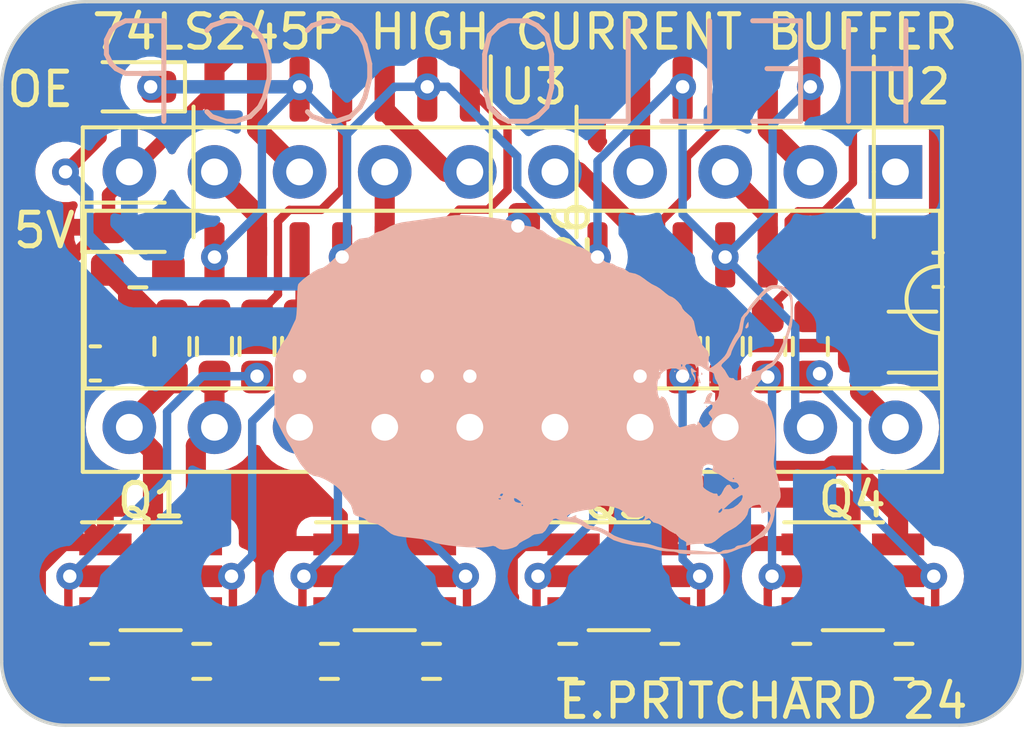
<source format=kicad_pcb>
(kicad_pcb (version 20221018) (generator pcbnew)
  (layers (0 "F.Cu" signal) (31 "B.Cu" signal) (34 "B.Paste" user) (35 "F.Paste" user) (36 "B.SilkS" user "B.Silkscreen") (37 "F.SilkS" user "F.Silkscreen") (38 "B.Mask" user) (39 "F.Mask" user) (44 "Edge.Cuts" user))
  (net 0 "")
  (net 1 "+5V")
  (net 2 "GND")
  (net 3 "/in_0")
  (net 4 "/in_1")
  (net 5 "/in_2")
  (net 6 "/in_3")
  (net 7 "/in_4")
  (net 8 "/in_5")
  (net 9 "/in_6")
  (net 10 "/in_7")
  (net 11 "/out_7")
  (net 12 "/out_6")
  (net 13 "/out_5")
  (net 14 "/out_4")
  (net 15 "/out_3")
  (net 16 "/out_2")
  (net 17 "/out_1")
  (net 18 "/out_0")
  (net 19 "Net-(R1-Pad1)")
  (net 20 "Net-(Q1A-G)")
  (net 21 "Net-(Q1B-G)")
  (net 22 "/BUFFER_OE")
  (net 23 "Net-(Q2A-G)")
  (net 24 "Net-(Q2B-G)")
  (net 25 "Net-(Q3A-G)")
  (net 26 "Net-(Q3B-G)")
  (net 27 "Net-(R2-Pad1)")
  (net 28 "Net-(R16-Pad1)")
  (net 29 "Net-(R19-Pad1)")
  (net 30 "Net-(R22-Pad1)")
  (net 32 "Net-(Q4A-G)")
  (net 33 "Net-(Q4B-G)")
  (net 34 "Net-(D1-A)")
  (net 35 "Net-(D2-A)")
  (net 36 "Net-(R7-Pad1)")
  (net 37 "Net-(R10-Pad1)")
  (net 38 "Net-(R13-Pad1)")
  (footprint "Package_SO:SOIC-14_3.9x8.7mm_P1.27mm" (layer "F.Cu") (at 57.15 25.4 -90)
    (fp_text reference "U3")
    (fp_text value "74LS02")
  )
  (footprint "Resistor_SMD:R_0603_1608Metric_Pad0.98x0.95mm_HandSolder" (layer "F.Cu") (at 69.85 30.607 -90)
    (fp_text reference "R2" hide)
    (fp_text value "4.7")
  )
  (footprint "Package_TO_SOT_SMD:SOT-23-6_Handsoldering" (layer "F.Cu") (at 58.42 37.465)
    (fp_text reference "Q2")
    (fp_text value "FDG1024NZ")
  )
  (footprint "Resistor_SMD:R_0603_1608Metric_Pad0.98x0.95mm_HandSolder" (layer "F.Cu") (at 55.88 30.607 -90)
    (fp_text reference "R10" hide)
    (fp_text value "4.7")
  )
  (footprint "Resistor_SMD:R_0603_1608Metric_Pad0.98x0.95mm_HandSolder" (layer "F.Cu") (at 60.96 30.607 -90)
    (fp_text reference "R13" hide)
    (fp_text value "4.7")
  )
  (footprint "Resistor_SMD:R_0603_1608Metric_Pad0.98x0.95mm_HandSolder" (layer "F.Cu") (at 59.69 30.607 -90)
    (fp_text reference "R16" hide)
    (fp_text value "4.7")
  )
  (footprint "Resistor_SMD:R_0603_1608Metric_Pad0.98x0.95mm_HandSolder" (layer "F.Cu") (at 73.914 40.005)
    (fp_text reference "R5" hide)
    (fp_text value "10k")
  )
  (footprint "Resistor_SMD:R_0603_1608Metric_Pad0.98x0.95mm_HandSolder" (layer "F.Cu") (at 53.34 30.607 90)
    (fp_text reference "R9" hide)
    (fp_text value "10k")
  )
  (footprint "Resistor_SMD:R_0603_1608Metric_Pad0.98x0.95mm_HandSolder" (layer "F.Cu") (at 64.77 30.607 90)
    (fp_text reference "R6" hide)
    (fp_text value "10k")
  )
  (footprint "Package_TO_SOT_SMD:SOT-23-6_Handsoldering" (layer "F.Cu") (at 72.39 37.465)
    (fp_text reference "Q4")
    (fp_text value "FDG1024NZ")
  )
  (footprint "Resistor_SMD:R_0603_1608Metric_Pad0.98x0.95mm_HandSolder" (layer "F.Cu") (at 52.07 30.607 90)
    (fp_text reference "R12" hide)
    (fp_text value "10k")
  )
  (footprint "Capacitor_SMD:C_0603_1608Metric" (layer "F.Cu") (at 49.784 31.115 180)
    (fp_text reference "C4" hide)
    (fp_text value "1uF")
  )
  (footprint "Resistor_SMD:R_0603_1608Metric_Pad0.98x0.95mm_HandSolder" (layer "F.Cu") (at 70.866 40.005 180)
    (fp_text reference "R4" hide)
    (fp_text value "10k")
  )
  (footprint "Resistor_SMD:R_0603_1608Metric_Pad0.98x0.95mm_HandSolder" (layer "F.Cu") (at 71.12 30.607 -90)
    (fp_text reference "R1" hide)
    (fp_text value "4.7")
  )
  (footprint "Resistor_SMD:R_0603_1608Metric_Pad0.98x0.95mm_HandSolder" (layer "F.Cu") (at 51.054 28.321 180)
    (fp_text reference "R25" hide)
    (fp_text value "470")
  )
  (footprint "Resistor_SMD:R_0603_1608Metric_Pad0.98x0.95mm_HandSolder" (layer "F.Cu") (at 63.881 40.005 180)
    (fp_text reference "R20" hide)
    (fp_text value "10k")
  )
  (footprint "LED_SMD:LED_0603_1608Metric_Pad1.05x0.95mm_HandSolder" (layer "F.Cu") (at 50.8 22.86 180)
    (fp_text reference "OE")
    (fp_text value "OE")
  )
  (footprint "Resistor_SMD:R_0603_1608Metric_Pad0.98x0.95mm_HandSolder" (layer "F.Cu") (at 66.04 30.607 -90)
    (fp_text reference "R19" hide)
    (fp_text value "4.7")
  )
  (footprint "Resistor_SMD:R_0603_1608Metric_Pad0.98x0.95mm_HandSolder" (layer "F.Cu") (at 57.15 30.607 90)
    (fp_text reference "R18" hide)
    (fp_text value "10k")
  )
  (footprint "Capacitor_SMD:C_0603_1608Metric" (layer "F.Cu") (at 74.93 28.321)
    (fp_text reference "C2" hide)
    (fp_text value "1uF")
  )
  (footprint "Resistor_SMD:R_0603_1608Metric_Pad0.98x0.95mm_HandSolder" (layer "F.Cu") (at 67.31 30.607 -90)
    (fp_text reference "R22" hide)
    (fp_text value "4.7")
  )
  (footprint "Package_DIP:DIP-20_W7.62mm_Socket" (layer "F.Cu") (at 73.66 25.4 -90)
    (fp_text reference "U1" hide)
    (fp_text value "74LS245_USED_FOR_FOOTPRINT" hide)
  )
  (footprint "Package_TO_SOT_SMD:SOT-23-6_Handsoldering" (layer "F.Cu") (at 51.435 37.465)
    (fp_text reference "Q1")
    (fp_text value "FDG1024NZ")
  )
  (footprint "Resistor_SMD:R_0603_1608Metric_Pad0.98x0.95mm_HandSolder" (layer "F.Cu") (at 56.769 40.005 180)
    (fp_text reference "R14" hide)
    (fp_text value "10k")
  )
  (footprint "Package_TO_SOT_SMD:SOT-23-6_Handsoldering" (layer "F.Cu") (at 65.405 37.465)
    (fp_text reference "Q3")
    (fp_text value "FDG1024NZ")
  )
  (footprint "Resistor_SMD:R_0603_1608Metric_Pad0.98x0.95mm_HandSolder" (layer "F.Cu") (at 62.579291 27.72718 -90)
    (fp_text reference "R26")
    (fp_text value "470")
  )
  (footprint "Resistor_SMD:R_0603_1608Metric_Pad0.98x0.95mm_HandSolder" (layer "F.Cu") (at 63.5 30.607 90)
    (fp_text reference "R21" hide)
    (fp_text value "10k")
  )
  (footprint "Resistor_SMD:R_0603_1608Metric_Pad0.98x0.95mm_HandSolder" (layer "F.Cu") (at 58.42 30.607 90)
    (fp_text reference "R15" hide)
    (fp_text value "10k")
  )
  (footprint "Resistor_SMD:R_0603_1608Metric_Pad0.98x0.95mm_HandSolder" (layer "F.Cu") (at 59.817 40.005)
    (fp_text reference "R17" hide)
    (fp_text value "10k")
  )
  (footprint "Capacitor_SMD:C_1206_3216Metric_Pad1.33x1.80mm_HandSolder" (layer "F.Cu") (at 74.168 30.48)
    (fp_text reference "C1" hide)
    (fp_text value "C")
  )
  (footprint "Resistor_SMD:R_0603_1608Metric_Pad0.98x0.95mm_HandSolder" (layer "F.Cu") (at 54.61 30.607 -90)
    (fp_text reference "R7" hide)
    (fp_text value "4.7")
  )
  (footprint "Resistor_SMD:R_0603_1608Metric_Pad0.98x0.95mm_HandSolder" (layer "F.Cu") (at 66.929 40.005)
    (fp_text reference "R23" hide)
    (fp_text value "10k")
  )
  (footprint "Resistor_SMD:R_0603_1608Metric_Pad0.98x0.95mm_HandSolder" (layer "F.Cu") (at 62.23 30.607 90)
    (fp_text reference "R24" hide)
    (fp_text value "10k")
  )
  (footprint "Resistor_SMD:R_0603_1608Metric_Pad0.98x0.95mm_HandSolder" (layer "F.Cu") (at 52.959 40.005)
    (fp_text reference "R11" hide)
    (fp_text value "10k")
  )
  (footprint "Resistor_SMD:R_0603_1608Metric_Pad0.98x0.95mm_HandSolder" (layer "F.Cu") (at 49.911 40.005 180)
    (fp_text reference "R8" hide)
    (fp_text value "10k")
  )
  (footprint "Resistor_SMD:R_0603_1608Metric_Pad0.98x0.95mm_HandSolder" (layer "F.Cu") (at 68.58 30.607 90)
    (fp_text reference "R3" hide)
    (fp_text value "10k")
  )
  (footprint "LED_SMD:LED_0603_1608Metric_Pad1.05x0.95mm_HandSolder" (layer "F.Cu") (at 51.054 27.051)
    (fp_text reference "5V")
    (fp_text value "LED")
  )
  (footprint "Package_SO:SOIC-14_3.9x8.7mm_P1.27mm" (layer "F.Cu") (at 68.58 25.4 -90)
    (fp_text reference "U2")
    (fp_text value "74LS02")
  )
  (footprint "AudioJacks:buny_BOLT" (layer "B.Cu") (at 62.051951 40.374531 180)
    (fp_text reference "G***" hide)
    (fp_text value "LOGO" hide)
  )
  (gr_arc (start 46.99 22.86) (mid 47.733949 21.063949) (end 49.53 20.32) (stroke (width 0.1)) (layer "Edge.Cuts"))
  (gr_line (start 77.47 22.225) (end 77.47 40.005) (stroke (width 0.1)) (layer "Edge.Cuts"))
  (gr_arc (start 77.47 40.005) (mid 76.912038 41.352038) (end 75.565 41.91) (stroke (width 0.1)) (layer "Edge.Cuts"))
  (gr_arc (start 48.895 41.91) (mid 47.547962 41.352038) (end 46.99 40.005) (stroke (width 0.1)) (layer "Edge.Cuts"))
  (gr_arc (start 75.565 20.32) (mid 76.912038 20.877962) (end 77.47 22.225) (stroke (width 0.1)) (layer "Edge.Cuts"))
  (gr_line (start 49.53 20.32) (end 75.565 20.32) (stroke (width 0.1)) (layer "Edge.Cuts"))
  (gr_line (start 46.99 40.005) (end 46.99 22.86) (stroke (width 0.1)) (layer "Edge.Cuts"))
  (gr_line (start 75.565 41.91) (end 48.895 41.91) (stroke (width 0.1)) (layer "Edge.Cuts"))
  (gr_text "HELLO CCP" (at 74.785188 24.264675) (layer "B.SilkS") (effects (font (size 3 3)) (justify left bottom mirror)))
  (gr_text "E.PRITCHARD 24" (at 63.516894 41.777256) (layer "F.SilkS") (effects (font (size 1 1)) (justify left bottom)))
  (gr_text "74LS245P HIGH CURRENT BUFFER" (at 49.601277 21.80947) (layer "F.SilkS") (effects (font (size 1 1)) (justify left bottom)))
  (segment (start 56.648439 30.632) (end 56.261 30.632) (width 0.4) (layer "F.Cu") (net 1))
  (segment (start 62.23 28.495) (end 62.23 29.6945) (width 0.4) (layer "F.Cu") (net 1))
  (segment (start 62.579291 28.773791) (end 63.5 29.6945) (width 0.4) (layer "F.Cu") (net 1))
  (segment (start 73.709 27.875) (end 74.155 28.321) (width 0.6) (layer "F.Cu") (net 1))
  (segment (start 72.6055 30.48) (end 72.6055 31.9655) (width 0.6) (layer "F.Cu") (net 1))
  (segment (start 72.5035 30.582) (end 72.6055 30.48) (width 0.4) (layer "F.Cu") (net 1))
  (segment (start 62.23 29.145) (end 62.23 29.6945) (width 0.6) (layer "F.Cu") (net 1))
  (segment (start 72.39 27.875) (end 72.39 30.2645) (width 0.6) (layer "F.Cu") (net 1))
  (segment (start 72.6055 31.9655) (end 73.66 33.02) (width 0.6) (layer "F.Cu") (net 1))
  (segment (start 60.96 27.875) (end 62.23 29.145) (width 0.6) (layer "F.Cu") (net 1))
  (segment (start 57.15 30.130439) (end 56.648439 30.632) (width 0.4) (layer "F.Cu") (net 1))
  (segment (start 62.23 29.6945) (end 62.23 28.988971) (width 0.4) (layer "F.Cu") (net 1))
  (segment (start 62.23 29.6945) (end 64.77 29.6945) (width 0.6) (layer "F.Cu") (net 1))
  (segment (start 50.661 30.632) (end 50.559 30.734) (width 0.4) (layer "F.Cu") (net 1))
  (segment (start 58.42 29.813561) (end 59.188439 30.582) (width 0.4) (layer "F.Cu") (net 1))
  (segment (start 50.559 30.734) (end 50.559 31.115) (width 0.4) (layer "F.Cu") (net 1))
  (segment (start 53.34 29.813561) (end 53.34 29.6945) (width 0.4) (layer "F.Cu") (net 1))
  (segment (start 56.261 30.632) (end 54.158439 30.632) (width 0.4) (layer "F.Cu") (net 1))
  (segment (start 50.661 30.632) (end 50.661 28.8405) (width 0.4) (layer "F.Cu") (net 1))
  (segment (start 61.58 28.495) (end 60.96 27.875) (width 0.4) (layer "F.Cu") (net 1))
  (segment (start 68.601561 30.582) (end 68.601561 29.716061) (width 0.4) (layer "F.Cu") (net 1))
  (segment (start 62.579291 28.63968) (end 62.579291 28.773791) (width 0.4) (layer "F.Cu") (net 1))
  (segment (start 54.158439 30.632) (end 50.661 30.632) (width 0.4) (layer "F.Cu") (net 1))
  (segment (start 54.158439 30.632) (end 53.34 29.813561) (width 0.4) (layer "F.Cu") (net 1))
  (segment (start 50.661 28.8405) (end 50.1415 28.321) (width 0.4) (layer "F.Cu") (net 1))
  (segment (start 68.601561 29.716061) (end 68.58 29.6945) (width 0.4) (layer "F.Cu") (net 1))
  (segment (start 62.23 28.988971) (end 62.579291 28.63968) (width 0.4) (layer "F.Cu") (net 1))
  (segment (start 72.39 27.875) (end 73.709 27.875) (width 0.6) (layer "F.Cu") (net 1))
  (segment (start 50.1415 28.321) (end 51.515 29.6945) (width 0.6) (layer "F.Cu") (net 1))
  (segment (start 57.15 29.6945) (end 57.15 30.130439) (width 0.4) (layer "F.Cu") (net 1))
  (segment (start 59.188439 30.582) (end 61.9775 30.582) (width 0.4) (layer "F.Cu") (net 1))
  (segment (start 61.9775 30.582) (end 68.601561 30.582) (width 0.4) (layer "F.Cu") (net 1))
  (segment (start 57.15 29.6945) (end 58.42 29.6945) (width 0.4) (layer "F.Cu") (net 1))
  (segment (start 62.23 28.495) (end 61.58 28.495) (width 0.4) (layer "F.Cu") (net 1))
  (segment (start 52.07 29.6945) (end 53.34 29.6945) (width 0.6) (layer "F.Cu") (net 1))
  (segment (start 51.515 29.6945) (end 52.07 29.6945) (width 0.6) (layer "F.Cu") (net 1))
  (segment (start 68.601561 30.582) (end 72.5035 30.582) (width 0.4) (layer "F.Cu") (net 1))
  (segment (start 59.138439 30.632) (end 56.261 30.632) (width 0.4) (layer "F.Cu") (net 1))
  (segment (start 62.23 30.3295) (end 62.23 29.6945) (width 0.4) (layer "F.Cu") (net 1))
  (segment (start 58.42 29.6945) (end 58.42 29.813561) (width 0.4) (layer "F.Cu") (net 1))
  (segment (start 72.39 30.2645) (end 72.6055 30.48) (width 0.6) (layer "F.Cu") (net 1))
  (segment (start 59.188439 30.582) (end 59.138439 30.632) (width 0.4) (layer "F.Cu") (net 1))
  (segment (start 61.9775 30.582) (end 62.23 30.3295) (width 0.4) (layer "F.Cu") (net 1))
  (segment (start 59.7795 40.88) (end 58.9045 40.005) (width 0.4) (layer "F.Cu") (net 2))
  (segment (start 53.34 22.442183) (end 53.34 22.925) (width 0.4) (layer "F.Cu") (net 2))
  (segment (start 64.77 22.925) (end 64.77 22.442183) (width 0.4) (layer "F.Cu") (net 2))
  (segment (start 62.192 36.868) (end 62.545 36.515) (width 0.4) (layer "F.Cu") (net 2))
  (segment (start 48.840629 36.515) (end 50.085 36.515) (width 0.4) (layer "F.Cu") (net 2))
  (segment (start 66.8915 40.88) (end 66.0165 40.005) (width 0.4) (layer "F.Cu") (net 2))
  (segment (start 50.179 26.086) (end 50.179 27.051) (width 0.4) (layer "F.Cu") (net 2))
  (segment (start 62.23 38.1) (end 62.192 38.062) (width 0.4) (layer "F.Cu") (net 2))
  (segment (start 71.7785 40.005) (end 70.9035 40.88) (width 0.4) (layer "F.Cu") (net 2))
  (segment (start 58.9045 39.2805) (end 59.77 38.415) (width 0.4) (layer "F.Cu") (net 2))
  (segment (start 54.61 36.83) (end 54.925 36.515) (width 0.4) (layer "F.Cu") (net 2))
  (segment (start 49.512561 40.88) (end 48.484439 40.88) (width 0.4) (layer "F.Cu") (net 2))
  (segment (start 50.179 27.051) (end 50.022439 27.051) (width 0.4) (layer "F.Cu") (net 2))
  (segment (start 54.232183 21.55) (end 53.34 22.442183) (width 0.4) (layer "F.Cu") (net 2))
  (segment (start 70.9035 40.88) (end 68.819999 40.88) (width 0.4) (layer "F.Cu") (net 2))
  (segment (start 75.705 28.321) (end 76.2 28.816) (width 0.4) (layer "F.Cu") (net 2))
  (segment (start 76.2 40.64) (end 75.96 40.88) (width 0.4) (layer "F.Cu") (net 2))
  (segment (start 68.819999 40.88) (end 66.8915 40.88) (width 0.4) (layer "F.Cu") (net 2))
  (segment (start 76.2 28.816) (end 76.2 40.64) (width 0.4) (layer "F.Cu") (net 2))
  (segment (start 54.759 40.506561) (end 54.759 36.979) (width 0.4) (layer "F.Cu") (net 2))
  (segment (start 48.111 37.244629) (end 48.840629 36.515) (width 0.4) (layer "F.Cu") (net 2))
  (segment (start 49.009 28.064439) (end 49.009 31.115) (width 0.4) (layer "F.Cu") (net 2))
  (segment (start 62.545 36.515) (end 64.055 36.515) (width 0.4) (layer "F.Cu") (net 2))
  (segment (start 58.9045 40.005) (end 57.6815 40.005) (width 0.4) (layer "F.Cu") (net 2))
  (segment (start 74.86 23.642183) (end 74.86 27.476) (width 0.4) (layer "F.Cu") (net 2))
  (segment (start 66.0165 39.1535) (end 66.755 38.415) (width 0.4) (layer "F.Cu") (net 2))
  (segment (start 58.9045 40.005) (end 58.9045 39.2805) (width 0.4) (layer "F.Cu") (net 2))
  (segment (start 66.0165 40.005) (end 66.0165 39.1535) (width 0.4) (layer "F.Cu") (net 2))
  (segment (start 72.767817 21.55) (end 74.86 23.642183) (width 0.4) (layer "F.Cu") (net 2))
  (segment (start 63.9185 40.88) (end 62.454439 40.88) (width 0.4) (layer "F.Cu") (net 2))
  (segment (start 49.009 31.115) (end 49.009 35.439) (width 0.4) (layer "F.Cu") (net 2))
  (segment (start 68.819999 40.88) (end 68.729 40.789001) (width 0.4) (layer "F.Cu") (net 2))
  (segment (start 54.61778 40.647781) (end 54.759 40.506561) (width 0.4) (layer "F.Cu") (net 2))
  (segment (start 62.081 38.249) (end 62.23 38.1) (width 0.4) (layer "F.Cu") (net 2))
  (segment (start 62.454439 40.88) (end 62.081 40.506561) (width 0.4) (layer "F.Cu") (net 2))
  (segment (start 73.0015 39.1535) (end 73.74 38.415) (width 0.4) (layer "F.Cu") (net 2))
  (segment (start 54.759 36.979) (end 54.61 36.83) (width 0.4) (layer "F.Cu") (net 2))
  (segment (start 64.7935 40.005) (end 63.9185 40.88) (width 0.4) (layer "F.Cu") (net 2))
  (segment (start 74.86 27.476) (end 75.705 28.321) (width 0.4) (layer "F.Cu") (net 2))
  (segment (start 50.8235 40.005) (end 50.387561 40.005) (width 0.4) (layer "F.Cu") (net 2))
  (segment (start 73.0015 40.005) (end 71.7785 40.005) (width 0.4) (layer "F.Cu") (net 2))
  (segment (start 54.925 36.515) (end 57.07 36.515) (width 0.4) (layer "F.Cu") (net 2))
  (segment (start 50.387561 40.005) (end 49.512561 40.88) (width 0.4) (layer "F.Cu") (net 2))
  (segment (start 64.77 22.925) (end 63.395 21.55) (width 0.4) (layer "F.Cu") (net 2))
  (segment (start 68.895 36.515) (end 71.04 36.515) (width 0.4) (layer "F.Cu") (net 2))
  (segment (start 65.662183 21.55) (end 72.767817 21.55) (width 0.4) (layer "F.Cu") (net 2))
  (segment (start 52.0465 39.1535) (end 52.785 38.415) (width 0.4) (layer "F.Cu") (net 2))
  (segment (start 73.8765 40.88) (end 73.0015 40.005) (width 0.4) (layer "F.Cu") (net 2))
  (segment (start 62.454439 40.88) (end 59.7795 40.88) (width 0.4) (layer "F.Cu") (net 2))
  (segment (start 52.0465 40.005) (end 52.0465 39.1535) (width 0.4) (layer "F.Cu") (net 2))
  (segment (start 73.0015 40.005) (end 73.0015 39.1535) (width 0.4) (layer "F.Cu") (net 2))
  (segment (start 54.849999 40.88) (end 52.9215 40.88) (width 0.4) (layer "F.Cu") (net 2))
  (segment (start 52.0465 40.005) (end 50.8235 40.005) (width 0.4) (layer "F.Cu") (net 2))
  (segment (start 49.009 35.439) (end 50.085 36.515) (width 0.4) (layer "F.Cu") (net 2))
  (segment (start 66.0165 40.005) (end 64.7935 40.005) (width 0.4) (layer "F.Cu") (net 2))
  (segment (start 57.6815 40.005) (end 56.8065 40.88) (width 0.4) (layer "F.Cu") (net 2))
  (segment (start 68.729 36.681) (end 68.895 36.515) (width 0.4) (layer "F.Cu") (net 2))
  (segment (start 56.8065 40.88) (end 54.849999 40.88) (width 0.4) (layer "F.Cu") (net 2))
  (segment (start 52.9215 40.88) (end 52.0465 40.005) (width 0.4) (layer "F.Cu") (net 2))
  (segment (start 64.77 22.442183) (end 65.662183 21.55) (width 0.4) (layer "F.Cu") (net 2))
  (segment (start 48.111 40.506561) (end 48.111 37.244629) (width 0.4) (layer "F.Cu") (net 2))
  (segment (start 63.395 21.55) (end 54.232183 21.55) (width 0.4) (layer "F.Cu") (net 2))
  (segment (start 62.081 40.506561) (end 62.081 38.249) (width 0.4) (layer "F.Cu") (net 2))
  (segment (start 68.729 40.789001) (end 68.729 36.681) (width 0.4) (layer "F.Cu") (net 2))
  (segment (start 54.849999 40.88) (end 54.61778 40.647781) (width 0.4) (layer "F.Cu") (net 2))
  (segment (start 53.34 22.925) (end 50.179 26.086) (width 0.4) (layer "F.Cu") (net 2))
  (segment (start 48.484439 40.88) (end 48.111 40.506561) (width 0.4) (layer "F.Cu") (net 2))
  (segment (start 62.192 38.062) (end 62.192 36.868) (width 0.4) (layer "F.Cu") (net 2))
  (segment (start 50.022439 27.051) (end 49.009 28.064439) (width 0.4) (layer "F.Cu") (net 2))
  (segment (start 75.96 40.88) (end 73.8765 40.88) (width 0.4) (layer "F.Cu") (net 2))
  (segment (start 69.85 24.13) (end 69.85 22.925) (width 0.6) (layer "F.Cu") (net 3))
  (segment (start 71.12 25.4) (end 69.85 24.13) (width 0.6) (layer "F.Cu") (net 3))
  (segment (start 71.12 25.4) (end 71.065761 25.4) (width 0.6) (layer "F.Cu") (net 3))
  (segment (start 68.58 25.4) (end 69.85 26.67) (width 0.6) (layer "F.Cu") (net 4))
  (segment (start 69.85 26.67) (end 69.85 27.875) (width 0.6) (layer "F.Cu") (net 4))
  (segment (start 66.04 25.4) (end 66.04 22.925) (width 0.6) (layer "F.Cu") (net 5))
  (segment (start 63.5 25.4) (end 64.189239 25.4) (width 0.6) (layer "F.Cu") (net 6))
  (segment (start 64.189239 25.4) (end 66.04 27.250761) (width 0.6) (layer "F.Cu") (net 6))
  (segment (start 66.04 27.250761) (end 66.04 27.875) (width 0.6) (layer "F.Cu") (net 6))
  (segment (start 60.258478 25.4) (end 58.42 23.561522) (width 0.6) (layer "F.Cu") (net 7))
  (segment (start 60.96 25.4) (end 60.258478 25.4) (width 0.6) (layer "F.Cu") (net 7))
  (segment (start 58.42 23.561522) (end 58.42 22.925) (width 0.6) (layer "F.Cu") (net 7))
  (segment (start 58.42 25.4) (end 58.42 27.875) (width 0.6) (layer "F.Cu") (net 8))
  (segment (start 54.61 24.13) (end 54.61 22.925) (width 0.6) (layer "F.Cu") (net 9))
  (segment (start 55.88 25.4) (end 54.61 24.13) (width 0.6) (layer "F.Cu") (net 9))
  (segment (start 53.34 25.4) (end 54.61 26.67) (width 0.6) (layer "F.Cu") (net 10))
  (segment (start 54.61 26.67) (end 54.61 27.875) (width 0.6) (layer "F.Cu") (net 10))
  (segment (start 50.8 33.02) (end 50.8 32.9165) (width 0.6) (layer "F.Cu") (net 11))
  (segment (start 51.505 38.15) (end 51.505 33.725) (width 0.6) (layer "F.Cu") (net 11))
  (segment (start 51.24 38.415) (end 51.505 38.15) (width 0.6) (layer "F.Cu") (net 11))
  (segment (start 51.505 33.725) (end 50.8 33.02) (width 0.6) (layer "F.Cu") (net 11))
  (segment (start 50.8 32.9165) (end 52.07 31.6465) (width 0.6) (layer "F.Cu") (net 11))
  (segment (start 50.085 38.415) (end 51.24 38.415) (width 0.6) (layer "F.Cu") (net 11))
  (segment (start 52.785 36.515) (end 52.785 33.575) (width 0.6) (layer "F.Cu") (net 12))
  (segment (start 52.785 33.575) (end 53.34 33.02) (width 0.6) (layer "F.Cu") (net 12))
  (segment (start 53.34 33.02) (end 53.496983 33.02) (width 0.6) (layer "F.Cu") (net 12))
  (segment (start 53.34 33.02) (end 53.34 31.5195) (width 0.6) (layer "F.Cu") (net 12))
  (segment (start 55.909983 33.02) (end 57.15 31.779983) (width 0.6) (layer "F.Cu") (net 13))
  (segment (start 55.88 33.02) (end 55.909983 33.02) (width 0.6) (layer "F.Cu") (net 13))
  (segment (start 58.225 38.415) (end 58.35 38.29) (width 0.6) (layer "F.Cu") (net 13))
  (segment (start 57.07 38.415) (end 58.225 38.415) (width 0.6) (layer "F.Cu") (net 13))
  (segment (start 57.15 31.779983) (end 57.15 31.5195) (width 0.6) (layer "F.Cu") (net 13))
  (segment (start 58.35 38.29) (end 58.35 35.49) (width 0.6) (layer "F.Cu") (net 13))
  (segment (start 58.35 35.49) (end 55.88 33.02) (width 0.6) (layer "F.Cu") (net 13))
  (segment (start 59.77 36.515) (end 59.77 34.37) (width 0.6) (layer "F.Cu") (net 14))
  (segment (start 59.77 34.37) (end 58.42 33.02) (width 0.6) (layer "F.Cu") (net 14))
  (segment (start 58.42 31.5195) (end 58.42 33.02) (width 0.6) (layer "F.Cu") (net 14))
  (segment (start 60.96 33.02) (end 60.989983 33.02) (width 0.6) (layer "F.Cu") (net 15))
  (segment (start 60.989983 33.02) (end 62.23 31.779983) (width 0.6) (layer "F.Cu") (net 15))
  (segment (start 65.21 38.415) (end 65.405 38.22) (width 0.6) (layer "F.Cu") (net 15))
  (segment (start 63.06 35.12) (end 60.96 33.02) (width 0.6) (layer "F.Cu") (net 15))
  (segment (start 65.405 38.22) (end 65.405 35.56) (width 0.6) (layer "F.Cu") (net 15))
  (segment (start 65.405 35.56) (end 64.965 35.12) (width 0.6) (layer "F.Cu") (net 15))
  (segment (start 64.055 38.415) (end 65.21 38.415) (width 0.6) (layer "F.Cu") (net 15))
  (segment (start 62.23 31.779983) (end 62.23 31.5195) (width 0.6) (layer "F.Cu") (net 15))
  (segment (start 64.965 35.12) (end 63.06 35.12) (width 0.6) (layer "F.Cu") (net 15))
  (segment (start 66.755 36.515) (end 66.755 35.3225) (width 0.6) (layer "F.Cu") (net 16))
  (segment (start 66.755 35.3225) (end 65.7525 34.32) (width 0.6) (layer "F.Cu") (net 16))
  (segment (start 64.4825 34.32) (end 63.5 33.3375) (width 0.6) (layer "F.Cu") (net 16))
  (segment (start 63.5 31.5195) (end 63.5 33.02) (width 0.6) (layer "F.Cu") (net 16))
  (segment (start 65.7525 34.32) (end 64.4825 34.32) (width 0.6) (layer "F.Cu") (net 16))
  (segment (start 64.77 31.779983) (end 64.77 31.5195) (width 0.6) (layer "F.Cu") (net 17))
  (segment (start 72.195 38.415) (end 72.32 38.29) (width 0.6) (layer "F.Cu") (net 17))
  (segment (start 66.010017 33.02) (end 64.77 31.779983) (width 0.6) (layer "F.Cu") (net 17))
  (segment (start 68.14 35.12) (end 66.04 33.02) (width 0.6) (layer "F.Cu") (net 17))
  (segment (start 66.04 33.02) (end 66.010017 33.02) (width 0.6) (layer "F.Cu") (net 17))
  (segment (start 72.32 38.29) (end 72.32 35.30137) (width 0.6) (layer "F.Cu") (net 17))
  (segment (start 71.04 38.415) (end 72.195 38.415) (width 0.6) (layer "F.Cu") (net 17))
  (segment (start 72.32 35.30137) (end 72.13863 35.12) (width 0.6) (layer "F.Cu") (net 17))
  (segment (start 72.13863 35.12) (end 68.14 35.12) (width 0.6) (layer "F.Cu") (net 17))
  (segment (start 68.58 31.5195) (end 68.58 33.02) (width 0.6) (layer "F.Cu") (net 18))
  (segment (start 73.74 35.59) (end 72.313 34.163) (width 0.6) (layer "F.Cu") (net 18))
  (segment (start 69.88 34.32) (end 68.58 33.02) (width 0.6) (layer "F.Cu") (net 18))
  (segment (start 72.313 34.163) (end 71.815478 34.163) (width 0.6) (layer "F.Cu") (net 18))
  (segment (start 71.815478 34.163) (end 71.658478 34.32) (width 0.6) (layer "F.Cu") (net 18))
  (segment (start 73.74 36.515) (end 73.74 35.59) (width 0.6) (layer "F.Cu") (net 18))
  (segment (start 71.658478 34.32) (end 69.88 34.32) (width 0.6) (layer "F.Cu") (net 18))
  (segment (start 71.12 29.6945) (end 71.12 27.875) (width 0.6) (layer "F.Cu") (net 19))
  (segment (start 49.022 37.592) (end 48.98 37.634) (width 0.25) (layer "F.Cu") (net 20))
  (segment (start 50.085 37.465) (end 49.022 37.465) (width 0.25) (layer "F.Cu") (net 20))
  (segment (start 48.98 37.634) (end 48.98 39.9865) (width 0.25) (layer "F.Cu") (net 20))
  (segment (start 48.98 39.9865) (end 48.9985 40.005) (width 0.25) (layer "F.Cu") (net 20))
  (segment (start 49.022 37.465) (end 49.022 37.592) (width 0.25) (layer "F.Cu") (net 20))
  (segment (start 49.149 37.465) (end 49.149 37.465) (width 0.25) (layer "F.Cu") (net 20))
  (via (at 49.022 37.465) (size 0.8) (drill 0.4) (layers "F.Cu" "B.Cu") (net 20))
  (via (at 54.61 31.496) (size 0.8) (drill 0.4) (layers "F.Cu" "B.Cu") (net 20))
  (segment (start 51.925 32.554009) (end 51.925 34.562) (width 0.25) (layer "B.Cu") (net 20))
  (segment (start 51.925 34.562) (end 49.022 37.465) (width 0.25) (layer "B.Cu") (net 20))
  (segment (start 52.983009 31.496) (end 51.925 32.554009) (width 0.25) (layer "B.Cu") (net 20))
  (segment (start 54.61 31.496) (end 52.983009 31.496) (width 0.25) (layer "B.Cu") (net 20))
  (segment (start 53.89 39.9865) (end 53.8715 40.005) (width 0.25) (layer "F.Cu") (net 21))
  (segment (start 53.848 37.465) (end 53.848 37.723) (width 0.25) (layer "F.Cu") (net 21))
  (segment (start 53.59 37.465) (end 53.59 37.465) (width 0.25) (layer "F.Cu") (net 21))
  (segment (start 53.848 37.723) (end 53.89 37.765) (width 0.25) (layer "F.Cu") (net 21))
  (segment (start 52.785 37.465) (end 53.848 37.465) (width 0.25) (layer "F.Cu") (net 21))
  (segment (start 53.89 37.765) (end 53.89 39.9865) (width 0.25) (layer "F.Cu") (net 21))
  (via (at 55.88 31.496) (size 0.8) (drill 0.4) (layers "F.Cu" "B.Cu") (net 21))
  (via (at 53.848 37.465) (size 0.8) (drill 0.4) (layers "F.Cu" "B.Cu") (net 21))
  (segment (start 54.465 36.848) (end 53.848 37.465) (width 0.25) (layer "B.Cu") (net 21))
  (segment (start 55.813009 31.496) (end 54.465 32.844009) (width 0.25) (layer "B.Cu") (net 21))
  (segment (start 54.465 32.844009) (end 54.465 36.848) (width 0.25) (layer "B.Cu") (net 21))
  (segment (start 55.88 31.496) (end 55.813009 31.496) (width 0.25) (layer "B.Cu") (net 21))
  (segment (start 55.88 22.86) (end 55.88 22.548249) (width 0.25) (layer "F.Cu") (net 22))
  (segment (start 59.69 22.86) (end 59.69 22.925) (width 0.25) (layer "F.Cu") (net 22))
  (segment (start 59.69 22.548249) (end 59.69 22.86) (width 0.25) (layer "F.Cu") (net 22))
  (segment (start 55.88 22.925) (end 55.88 22.86) (width 0.25) (layer "F.Cu") (net 22))
  (via (at 64.77 27.94) (size 0.8) (drill 0.4) (layers "F.Cu" "B.Cu") (net 22))
  (via (at 71.12 22.86) (size 0.8) (drill 0.4) (layers "F.Cu" "B.Cu") (net 22))
  (via (at 53.34 27.94) (size 0.8) (drill 0.4) (layers "F.Cu" "B.Cu") (net 22))
  (via (at 55.88 22.86) (size 0.8) (drill 0.4) (layers "F.Cu" "B.Cu") (net 22))
  (via (at 57.15 27.94) (size 0.8) (drill 0.4) (layers "F.Cu" "B.Cu") (net 22))
  (via (at 51.435 22.86) (size 0.8) (drill 0.4) (layers "F.Cu" "B.Cu") (net 22))
  (via (at 68.58 27.94) (size 0.8) (drill 0.4) (layers "F.Cu" "B.Cu") (net 22))
  (via (at 59.69 22.86) (size 0.8) (drill 0.4) (layers "F.Cu" "B.Cu") (net 22))
  (via (at 67.31 22.86) (size 0.8) (drill 0.4) (layers "F.Cu" "B.Cu") (net 22))
  (segment (start 57.295 24.275) (end 58.71 22.86) (width 0.25) (layer "B.Cu") (net 22))
  (segment (start 51.435 22.86) (end 55.88 22.86) (width 0.4) (layer "B.Cu") (net 22))
  (segment (start 67.31 22.86) (end 67.31 26.67) (width 0.25) (layer "B.Cu") (net 22))
  (segment (start 60.300991 22.86) (end 62.375 24.934009) (width 0.25) (layer "B.Cu") (net 22))
  (segment (start 62.375 25.865991) (end 64.449009 27.94) (width 0.25) (layer "B.Cu") (net 22))
  (segment (start 69.995 23.985) (end 71.12 22.86) (width 0.25) (layer "B.Cu") (net 22))
  (segment (start 64.449009 27.94) (end 64.77 27.94) (width 0.25) (layer "B.Cu") (net 22))
  (segment (start 57.295 27.795) (end 57.15 27.94) (width 0.25) (layer "B.Cu") (net 22))
  (segment (start 64.77 25.079009) (end 66.989009 22.86) (width 0.25) (layer "B.Cu") (net 22))
  (segment (start 57.295 24.275) (end 57.295 27.795) (width 0.25) (layer "B.Cu") (net 22))
  (segment (start 67.31 26.67) (end 68.58 27.94) (width 0.25) (layer "B.Cu") (net 22))
  (segment (start 70.669595 30.029595) (end 68.58 27.94) (width 0.25) (layer "B.Cu") (net 22))
  (segment (start 62.375 24.934009) (end 62.375 25.865991) (width 0.25) (layer "B.Cu") (net 22))
  (segment (start 68.58 27.94) (end 69.995 26.525) (width 0.25) (layer "B.Cu") (net 22))
  (segment (start 70.669595 32.569595) (end 70.669595 30.029595) (width 0.25) (layer "B.Cu") (net 22))
  (segment (start 53.34 27.94) (end 54.755 26.525) (width 0.25) (layer "B.Cu") (net 22))
  (segment (start 71.12 33.02) (end 70.669595 32.569595) (width 0.25) (layer "B.Cu") (net 22))
  (segment (start 54.755 26.525) (end 54.755 23.985) (width 0.25) (layer "B.Cu") (net 22))
  (segment (start 58.71 22.86) (end 59.69 22.86) (width 0.25) (layer "B.Cu") (net 22))
  (segment (start 64.77 27.94) (end 64.77 25.079009) (width 0.25) (layer "B.Cu") (net 22))
  (segment (start 55.88 22.86) (end 57.295 24.275) (width 0.25) (layer "B.Cu") (net 22))
  (segment (start 66.989009 22.86) (end 67.31 22.86) (width 0.25) (layer "B.Cu") (net 22))
  (segment (start 59.69 22.86) (end 60.300991 22.86) (width 0.25) (layer "B.Cu") (net 22))
  (segment (start 69.995 26.525) (end 69.995 23.985) (width 0.25) (layer "B.Cu") (net 22))
  (segment (start 54.755 23.985) (end 55.88 22.86) (width 0.25) (layer "B.Cu") (net 22))
  (segment (start 56.007 37.723) (end 55.965 37.765) (width 0.25) (layer "F.Cu") (net 23))
  (segment (start 55.965 39.8965) (end 55.8565 40.005) (width 0.25) (layer "F.Cu") (net 23))
  (segment (start 57.07 37.465) (end 56.007 37.465) (width 0.25) (layer "F.Cu") (net 23))
  (segment (start 56.265 37.465) (end 56.265 37.465) (width 0.25) (layer "F.Cu") (net 23))
  (segment (start 56.007 37.465) (end 56.007 37.723) (width 0.25) (layer "F.Cu") (net 23))
  (segment (start 55.965 37.765) (end 55.965 39.8965) (width 0.25) (layer "F.Cu") (net 23))
  (via (at 60.96 31.496) (size 0.8) (drill 0.4) (layers "F.Cu" "B.Cu") (net 23))
  (via (at 56.007 37.465) (size 0.8) (drill 0.4) (layers "F.Cu" "B.Cu") (net 23))
  (segment (start 57.023 32.826009) (end 57.023 36.449) (width 0.25) (layer "B.Cu") (net 23))
  (segment (start 60.235 30.771) (end 59.078009 30.771) (width 0.25) (layer "B.Cu") (net 23))
  (segment (start 57.023 36.449) (end 56.007 37.465) (width 0.25) (layer "B.Cu") (net 23))
  (segment (start 60.96 31.496) (end 60.235 30.771) (width 0.25) (layer "B.Cu") (net 23))
  (segment (start 59.078009 30.771) (end 57.023 32.826009) (width 0.25) (layer "B.Cu") (net 23))
  (segment (start 60.875 39.8595) (end 60.7295 40.005) (width 0.25) (layer "F.Cu") (net 24))
  (segment (start 60.833 37.592) (end 60.875 37.634) (width 0.25) (layer "F.Cu") (net 24))
  (segment (start 60.706 37.465) (end 60.706 37.465) (width 0.25) (layer "F.Cu") (net 24))
  (segment (start 60.875 37.634) (end 60.875 39.8595) (width 0.25) (layer "F.Cu") (net 24))
  (segment (start 59.77 37.465) (end 60.833 37.465) (width 0.25) (layer "F.Cu") (net 24))
  (segment (start 60.833 37.465) (end 60.833 37.592) (width 0.25) (layer "F.Cu") (net 24))
  (via (at 59.69 31.496) (size 0.8) (drill 0.4) (layers "F.Cu" "B.Cu") (net 24))
  (via (at 60.833 37.465) (size 0.8) (drill 0.4) (layers "F.Cu" "B.Cu") (net 24))
  (segment (start 59.69 36.322) (end 60.833 37.465) (width 0.25) (layer "B.Cu") (net 24))
  (segment (start 59.69 31.496) (end 59.69 36.322) (width 0.25) (layer "B.Cu") (net 24))
  (segment (start 62.95 39.9865) (end 62.9685 40.005) (width 0.25) (layer "F.Cu") (net 25))
  (segment (start 64.055 37.465) (end 62.992 37.465) (width 0.25) (layer "F.Cu") (net 25))
  (segment (start 62.992 37.498) (end 62.95 37.54) (width 0.25) (layer "F.Cu") (net 25))
  (segment (start 63.025 37.465) (end 63.025 37.465) (width 0.25) (layer "F.Cu") (net 25))
  (segment (start 62.992 37.465) (end 62.992 37.498) (width 0.25) (layer "F.Cu") (net 25))
  (segment (start 62.95 37.54) (end 62.95 39.9865) (width 0.25) (layer "F.Cu") (net 25))
  (via (at 62.992 37.465) (size 0.8) (drill 0.4) (layers "F.Cu" "B.Cu") (net 25))
  (via (at 66.04 31.496) (size 0.8) (drill 0.4) (layers "F.Cu" "B.Cu") (net 25))
  (segment (start 65.973009 31.496) (end 64.643 32.826009) (width 0.25) (layer "B.Cu") (net 25))
  (segment (start 66.04 31.496) (end 65.973009 31.496) (width 0.25) (layer "B.Cu") (net 25))
  (segment (start 64.643 32.826009) (end 64.643 35.814) (width 0.25) (layer "B.Cu") (net 25))
  (segment (start 64.643 35.814) (end 62.992 37.465) (width 0.25) (layer "B.Cu") (net 25))
  (segment (start 67.818 37.465) (end 67.818 37.723) (width 0.25) (layer "F.Cu") (net 26))
  (segment (start 67.86 37.765) (end 67.86 39.9865) (width 0.25) (layer "F.Cu") (net 26))
  (segment (start 67.818 37.723) (end 67.86 37.765) (width 0.25) (layer "F.Cu") (net 26))
  (segment (start 66.755 37.465) (end 67.818 37.465) (width 0.25) (layer "F.Cu") (net 26))
  (segment (start 67.86 39.9865) (end 67.8415 40.005) (width 0.25) (layer "F.Cu") (net 26))
  (segment (start 67.56 37.465) (end 67.56 37.465) (width 0.25) (layer "F.Cu") (net 26))
  (via (at 67.818 37.465) (size 0.8) (drill 0.4) (layers "F.Cu" "B.Cu") (net 26))
  (via (at 67.31 31.496) (size 0.8) (drill 0.4) (layers "F.Cu" "B.Cu") (net 26))
  (segment (start 67.31 31.496) (end 67.31 36.957) (width 0.25) (layer "B.Cu") (net 26))
  (segment (start 67.31 36.957) (end 67.818 37.465) (width 0.25) (layer "B.Cu") (net 26))
  (segment (start 71.535991 26.575) (end 70.753249 26.575) (width 0.25) (layer "F.Cu") (net 27))
  (segment (start 69.85 29.521751) (end 69.85 29.6945) (width 0.25) (layer "F.Cu") (net 27))
  (segment (start 72.39 22.925) (end 72.39 25.720991) (width 0.25) (layer "F.Cu") (net 27))
  (segment (start 72.39 25.720991) (end 71.535991 26.575) (width 0.25) (layer "F.Cu") (net 27))
  (segment (start 70.475 28.896751) (end 69.85 29.521751) (width 0.25) (layer "F.Cu") (net 27))
  (segment (start 70.475 26.853249) (end 70.475 28.896751) (width 0.25) (layer "F.Cu") (net 27))
  (segment (start 70.753249 26.575) (end 70.475 26.853249) (width 0.25) (layer "F.Cu") (net 27))
  (segment (start 59.69 29.6945) (end 59.69 27.875) (width 0.6) (layer "F.Cu") (net 28))
  (segment (start 66.04 29.521751) (end 66.04 29.6945) (width 0.25) (layer "F.Cu") (net 29))
  (segment (start 68.58 23.809009) (end 67.437 24.952009) (width 0.25) (layer "F.Cu") (net 29))
  (segment (start 66.665 28.896751) (end 66.04 29.521751) (width 0.25) (layer "F.Cu") (net 29))
  (segment (start 67.437 24.952009) (end 67.437 26.101249) (width 0.25) (layer "F.Cu") (net 29))
  (segment (start 67.437 26.101249) (end 66.665 26.873249) (width 0.25) (layer "F.Cu") (net 29))
  (segment (start 68.58 22.925) (end 68.58 23.809009) (width 0.25) (layer "F.Cu") (net 29))
  (segment (start 66.665 26.873249) (end 66.665 28.896751) (width 0.25) (layer "F.Cu") (net 29))
  (segment (start 67.31 29.6945) (end 67.31 27.875) (width 0.6) (layer "F.Cu") (net 30))
  (segment (start 69.85 37.85) (end 69.85 39.9015) (width 0.25) (layer "F.Cu") (net 32))
  (segment (start 71.04 37.465) (end 69.977 37.465) (width 0.25) (layer "F.Cu") (net 32))
  (segment (start 69.977 37.723) (end 69.85 37.85) (width 0.25) (layer "F.Cu") (net 32))
  (segment (start 69.977 37.465) (end 69.977 37.723) (width 0.25) (layer "F.Cu") (net 32))
  (segment (start 69.85 39.9015) (end 69.9535 40.005) (width 0.25) (layer "F.Cu") (net 32))
  (segment (start 70.235 37.465) (end 70.235 37.465) (width 0.25) (layer "F.Cu") (net 32))
  (via (at 69.977 37.465) (size 0.8) (drill 0.4) (layers "F.Cu" "B.Cu") (net 32))
  (via (at 69.85 31.5195) (size 0.8) (drill 0.4) (layers "F.Cu" "B.Cu") (net 32))
  (segment (start 69.85 31.5195) (end 69.977 31.6465) (width 0.25) (layer "B.Cu") (net 32))
  (segment (start 69.977 31.6465) (end 69.977 37.465) (width 0.25) (layer "B.Cu") (net 32))
  (segment (start 74.803 37.723) (end 74.845 37.765) (width 0.25) (layer "F.Cu") (net 33))
  (segment (start 74.545 37.465) (end 74.545 37.465) (width 0.25) (layer "F.Cu") (net 33))
  (segment (start 73.74 37.465) (end 74.803 37.465) (width 0.25) (layer "F.Cu") (net 33))
  (segment (start 74.845 37.765) (end 74.845 40.005) (width 0.25) (layer "F.Cu") (net 33))
  (segment (start 74.803 37.465) (end 74.803 37.723) (width 0.25) (layer "F.Cu") (net 33))
  (segment (start 74.845 40.005) (end 74.8265 40.005) (width 0.25) (layer "F.Cu") (net 33))
  (via (at 71.394595 31.420172) (size 0.8) (drill 0.4) (layers "F.Cu" "B.Cu") (net 33))
  (via (at 74.803 37.465) (size 0.8) (drill 0.4) (layers "F.Cu" "B.Cu") (net 33))
  (segment (start 71.394595 31.703604) (end 72.517 32.826009) (width 0.25) (layer "B.Cu") (net 33))
  (segment (start 72.517 35.179) (end 74.803 37.465) (width 0.25) (layer "B.Cu") (net 33))
  (segment (start 71.394595 31.420172) (end 71.394595 31.703604) (width 0.25) (layer "B.Cu") (net 33))
  (segment (start 72.517 32.826009) (end 72.517 35.179) (width 0.25) (layer "B.Cu") (net 33))
  (segment (start 51.9665 27.0885) (end 51.929 27.051) (width 0.6) (layer "F.Cu") (net 34))
  (segment (start 51.9665 28.321) (end 51.9665 27.0885) (width 0.6) (layer "F.Cu") (net 34))
  (segment (start 49.925 22.86) (end 49.925 24.37) (width 0.4) (layer "F.Cu") (net 35))
  (segment (start 49.925 24.37) (end 48.895 25.4) (width 0.4) (layer "F.Cu") (net 35))
  (via (at 62.392805 27.012372) (size 0.8) (drill 0.4) (layers "F.Cu" "B.Cu") (net 35))
  (via (at 48.895 25.4) (size 0.8) (drill 0.4) (layers "F.Cu" "B.Cu") (net 35))
  (segment (start 60.665177 28.74) (end 62.392805 27.012372) (width 0.4) (layer "B.Cu") (net 35))
  (segment (start 49.53 27.305) (end 50.965 28.74) (width 0.4) (layer "B.Cu") (net 35))
  (segment (start 48.895 25.4) (end 49.53 26.035) (width 0.4) (layer "B.Cu") (net 35))
  (segment (start 49.53 26.035) (end 49.53 27.305) (width 0.4) (layer "B.Cu") (net 35))
  (segment (start 50.965 28.74) (end 60.665177 28.74) (width 0.4) (layer "B.Cu") (net 35))
  (segment (start 55.575249 26.533) (end 55.235 26.873249) (width 0.25) (layer "F.Cu") (net 36))
  (segment (start 57.15 25.908) (end 57.15 22.925) (width 0.25) (layer "F.Cu") (net 36))
  (segment (start 56.525 26.533) (end 57.15 25.908) (width 0.25) (layer "F.Cu") (net 36))
  (segment (start 55.235 26.873249) (end 55.235 29.056505) (width 0.25) (layer "F.Cu") (net 36))
  (segment (start 56.525 26.533) (end 55.575249 26.533) (width 0.25) (layer "F.Cu") (net 36))
  (segment (start 55.235 29.056505) (end 54.61 29.681505) (width 0.25) (layer "F.Cu") (net 36))
  (segment (start 54.61 29.681505) (end 54.61 29.6945) (width 0.25) (layer "F.Cu") (net 36))
  (segment (start 55.88 29.8185) (end 55.88 27.875) (width 0.25) (layer "F.Cu") (net 37))
  (segment (start 60.96 22.925) (end 62.085 24.05) (width 0.25) (layer "F.Cu") (net 38))
  (segment (start 60.325 28.956) (end 60.96 29.591) (width 0.25) (layer "F.Cu") (net 38))
  (segment (start 60.96 29.591) (end 60.96 29.6945) (width 0.25) (layer "F.Cu") (net 38))
  (segment (start 60.643249 26.525) (end 60.325 26.843249) (width 0.25) (layer "F.Cu") (net 38))
  (segment (start 62.085 25.944) (end 61.504 26.525) (width 0.25) (layer "F.Cu") (net 38))
  (segment (start 61.504 26.525) (end 60.643249 26.525) (width 0.25) (layer "F.Cu") (net 38))
  (segment (start 60.325 26.843249) (end 60.325 28.956) (width 0.25) (layer "F.Cu") (net 38))
  (segment (start 62.085 24.05) (end 62.085 25.944) (width 0.25) (layer "F.Cu") (net 38))
  (zone (net 2) (net_name "GND") (layer "F.Cu") (connect_pads (clearance 0.5)) (min_thickness 0.25) (fill yes (thermal_gap 0.5) (thermal_bridge_width 0.5))
    (polygon (pts (xy 46.99 20.32) (xy 77.47 20.32) (xy 77.47 41.91) (xy 46.99 41.91)))
  )
  (zone (net 2) (net_name "GND") (layer "B.Cu") (priority 1) (connect_pads (clearance 0.5)) (min_thickness 0.25) (fill yes (thermal_gap 0.5) (thermal_bridge_width 0.5))
    (polygon (pts (xy 46.99 20.32) (xy 77.47 20.32) (xy 77.47 41.91) (xy 46.99 41.91)))
  )
)
</source>
